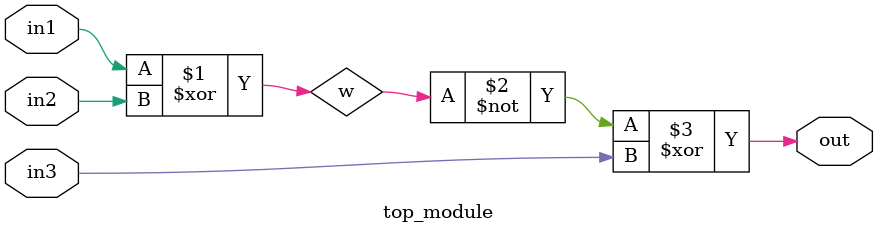
<source format=v>
module top_module (
    input in1,
    input in2,
    input in3,
    output out);

    wire w;
    
    xor(w, in1, in2);
    xor(out, ~w, in3);

endmodule

</source>
